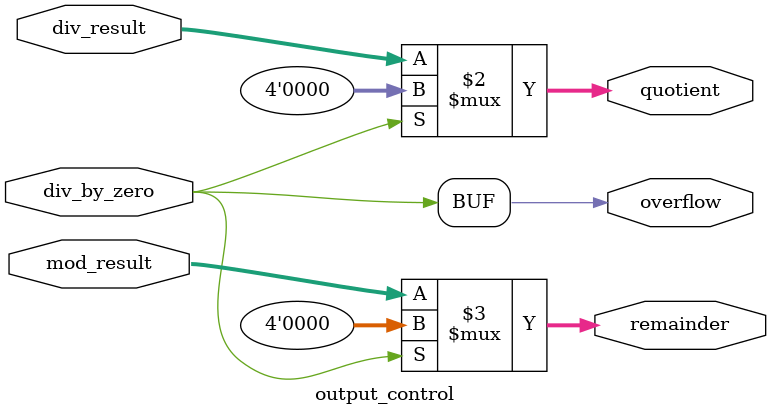
<source format=sv>
module divider_4bit_with_overflow (
    input [3:0] a,
    input [3:0] b,
    output [3:0] quotient,
    output [3:0] remainder,
    output overflow
);

    wire [3:0] div_result;
    wire [3:0] mod_result;
    wire div_by_zero;

    // SRT division core
    srt_divider_core SRT_DIV (
        .a(a),
        .b(b),
        .div_result(div_result),
        .mod_result(mod_result)
    );

    // Zero detection submodule
    zero_detector ZERO_DET (
        .b(b),
        .div_by_zero(div_by_zero)
    );

    // Output control submodule
    output_control OUT_CTRL (
        .div_result(div_result),
        .mod_result(mod_result),
        .div_by_zero(div_by_zero),
        .quotient(quotient),
        .remainder(remainder),
        .overflow(overflow)
    );

endmodule

module srt_divider_core (
    input [3:0] a,
    input [3:0] b,
    output [3:0] div_result,
    output [3:0] mod_result
);

    reg [3:0] q;
    reg [3:0] r;
    reg [3:0] d;
    reg [3:0] q_next;
    reg [3:0] r_next;
    integer i;

    always @(*) begin
        q = 0;
        r = a;
        d = b;
        
        for(i = 0; i < 4; i = i + 1) begin
            if(r >= d) begin
                q_next = (q << 1) | 1'b1;
                r_next = r - d;
            end else begin
                q_next = q << 1;
                r_next = r;
            end
            q = q_next;
            r = r_next;
            d = d >> 1;
        end
    end

    assign div_result = q;
    assign mod_result = r;

endmodule

module zero_detector (
    input [3:0] b,
    output div_by_zero
);

    assign div_by_zero = (b == 4'b0000);

endmodule

module output_control (
    input [3:0] div_result,
    input [3:0] mod_result,
    input div_by_zero,
    output [3:0] quotient,
    output [3:0] remainder,
    output overflow
);

    assign quotient = div_by_zero ? 4'b0000 : div_result;
    assign remainder = div_by_zero ? 4'b0000 : mod_result;
    assign overflow = div_by_zero;

endmodule
</source>
